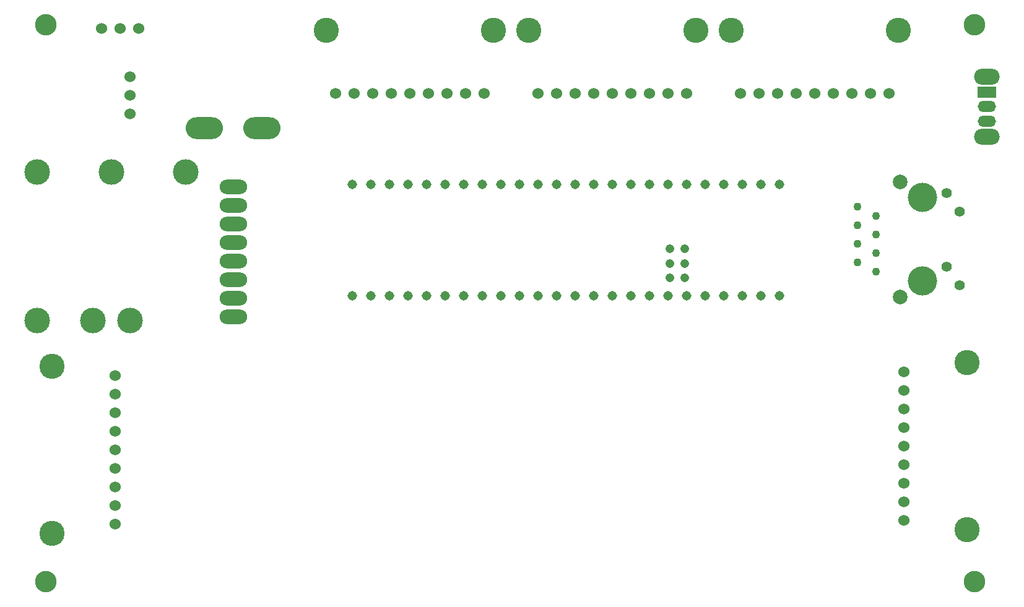
<source format=gbr>
%TF.GenerationSoftware,KiCad,Pcbnew,7.0.7*%
%TF.CreationDate,2024-03-26T15:37:16-05:00*%
%TF.ProjectId,CoreBoard,436f7265-426f-4617-9264-2e6b69636164,rev?*%
%TF.SameCoordinates,Original*%
%TF.FileFunction,Soldermask,Bot*%
%TF.FilePolarity,Negative*%
%FSLAX46Y46*%
G04 Gerber Fmt 4.6, Leading zero omitted, Abs format (unit mm)*
G04 Created by KiCad (PCBNEW 7.0.7) date 2024-03-26 15:37:16*
%MOMM*%
%LPD*%
G01*
G04 APERTURE LIST*
%ADD10C,3.450000*%
%ADD11C,1.524000*%
%ADD12O,3.500000X2.200000*%
%ADD13R,2.500000X1.500000*%
%ADD14O,2.500000X1.500000*%
%ADD15C,2.946400*%
%ADD16C,1.308000*%
%ADD17C,1.208000*%
%ADD18O,3.760000X1.982000*%
%ADD19C,1.100000*%
%ADD20C,1.400000*%
%ADD21C,4.000000*%
%ADD22C,2.000000*%
%ADD23O,5.100000X3.000000*%
%ADD24C,3.500000*%
G04 APERTURE END LIST*
D10*
%TO.C,Conn2*%
X69723000Y-116078000D03*
X69723000Y-93218000D03*
D11*
X78359000Y-114808000D03*
X78359000Y-112268000D03*
X78359000Y-109728000D03*
X78359000Y-107188000D03*
X78359000Y-104648000D03*
X78359000Y-102108000D03*
X78359000Y-99568000D03*
X78359000Y-97028000D03*
X78359000Y-94488000D03*
%TD*%
%TO.C,U7*%
X80391000Y-53594000D03*
X80391000Y-56134000D03*
X80391000Y-58674000D03*
%TD*%
D12*
%TO.C,SW16*%
X197568500Y-53558000D03*
X197568500Y-61758000D03*
D13*
X197568500Y-55658000D03*
D14*
X197568500Y-57658000D03*
X197568500Y-59658000D03*
%TD*%
D10*
%TO.C,Conn5*%
X134874000Y-47244000D03*
X157734000Y-47244000D03*
D11*
X136144000Y-55880000D03*
X138684000Y-55880000D03*
X141224000Y-55880000D03*
X143764000Y-55880000D03*
X146304000Y-55880000D03*
X148844000Y-55880000D03*
X151384000Y-55880000D03*
X153924000Y-55880000D03*
X156464000Y-55880000D03*
%TD*%
D15*
%TO.C,REF\u002A\u002A*%
X68834000Y-46482000D03*
%TD*%
%TO.C,REF\u002A\u002A*%
X195834000Y-46482000D03*
%TD*%
D10*
%TO.C,Conn4*%
X162560000Y-47244000D03*
X185420000Y-47244000D03*
D11*
X163830000Y-55880000D03*
X166370000Y-55880000D03*
X168910000Y-55880000D03*
X171450000Y-55880000D03*
X173990000Y-55880000D03*
X176530000Y-55880000D03*
X179070000Y-55880000D03*
X181610000Y-55880000D03*
X184150000Y-55880000D03*
%TD*%
D15*
%TO.C,REF\u002A\u002A*%
X68834000Y-122682000D03*
%TD*%
D16*
%TO.C,U1*%
X166624000Y-68326000D03*
X164084000Y-68326000D03*
X161544000Y-68326000D03*
X159004000Y-68326000D03*
X133604000Y-68326000D03*
X164084000Y-83566000D03*
X156464000Y-68326000D03*
X153924000Y-68326000D03*
X151384000Y-68326000D03*
X148844000Y-68326000D03*
X146304000Y-68326000D03*
X143764000Y-68326000D03*
X141224000Y-68326000D03*
X138684000Y-68326000D03*
X136144000Y-68326000D03*
X136144000Y-83566000D03*
X138684000Y-83566000D03*
X141224000Y-83566000D03*
X143764000Y-83566000D03*
X146304000Y-83566000D03*
X148844000Y-83566000D03*
X151384000Y-83566000D03*
X153924000Y-83566000D03*
X156464000Y-83566000D03*
X159004000Y-83566000D03*
X161544000Y-83566000D03*
X131064000Y-68326000D03*
X128524000Y-68326000D03*
X125984000Y-68326000D03*
X123444000Y-68326000D03*
X120904000Y-68326000D03*
X118364000Y-68326000D03*
X115824000Y-68326000D03*
X113284000Y-68326000D03*
X110744000Y-68326000D03*
X110744000Y-83566000D03*
X113284000Y-83566000D03*
X115824000Y-83566000D03*
X118364000Y-83566000D03*
X120904000Y-83566000D03*
X123444000Y-83566000D03*
X125984000Y-83566000D03*
X128524000Y-83566000D03*
X131064000Y-83566000D03*
X169164000Y-68326000D03*
X133604000Y-83566000D03*
X166624000Y-83566000D03*
D17*
X154194000Y-79116000D03*
X156194000Y-79116000D03*
X156194000Y-81116000D03*
X154194000Y-81116000D03*
X154194000Y-77116000D03*
X156194000Y-77116000D03*
D16*
X169164000Y-83566000D03*
%TD*%
D11*
%TO.C,Conn7*%
X76454000Y-46990000D03*
X78994000Y-46990000D03*
X81534000Y-46990000D03*
%TD*%
D18*
%TO.C,U2*%
X94488000Y-83883500D03*
X94488000Y-71183500D03*
X94488000Y-86423500D03*
X94488000Y-73723500D03*
X94488000Y-76263500D03*
X94488000Y-68643500D03*
X94488000Y-81343500D03*
X94488000Y-78803500D03*
%TD*%
D19*
%TO.C,J1*%
X182372000Y-80264000D03*
X179832000Y-78994000D03*
X182372000Y-77724000D03*
X179832000Y-76454000D03*
X182372000Y-75184000D03*
X179832000Y-73914000D03*
X182372000Y-72644000D03*
X179832000Y-71374000D03*
D20*
X193802000Y-82144000D03*
X192012000Y-79604000D03*
X193802000Y-72034000D03*
X192012000Y-69494000D03*
D21*
X188722000Y-81534000D03*
X188722000Y-70104000D03*
D22*
X185672000Y-83694000D03*
X185672000Y-67944000D03*
%TD*%
D23*
%TO.C,Conn1*%
X98425000Y-60641200D03*
X90551000Y-60641200D03*
%TD*%
D10*
%TO.C,Conn6*%
X107188000Y-47244000D03*
X130048000Y-47244000D03*
D11*
X108458000Y-55880000D03*
X110998000Y-55880000D03*
X113538000Y-55880000D03*
X116078000Y-55880000D03*
X118618000Y-55880000D03*
X121158000Y-55880000D03*
X123698000Y-55880000D03*
X126238000Y-55880000D03*
X128778000Y-55880000D03*
%TD*%
D15*
%TO.C,REF\u002A\u002A*%
X195834000Y-122682000D03*
%TD*%
D10*
%TO.C,Conn3*%
X194818000Y-92710000D03*
X194818000Y-115570000D03*
D11*
X186182000Y-93980000D03*
X186182000Y-96520000D03*
X186182000Y-99060000D03*
X186182000Y-101600000D03*
X186182000Y-104140000D03*
X186182000Y-106680000D03*
X186182000Y-109220000D03*
X186182000Y-111760000D03*
X186182000Y-114300000D03*
%TD*%
D24*
%TO.C,U3*%
X80378000Y-86935800D03*
X75298000Y-86935800D03*
X67678000Y-86935800D03*
X67678000Y-66615800D03*
X77838000Y-66615800D03*
X87998000Y-66615800D03*
%TD*%
M02*

</source>
